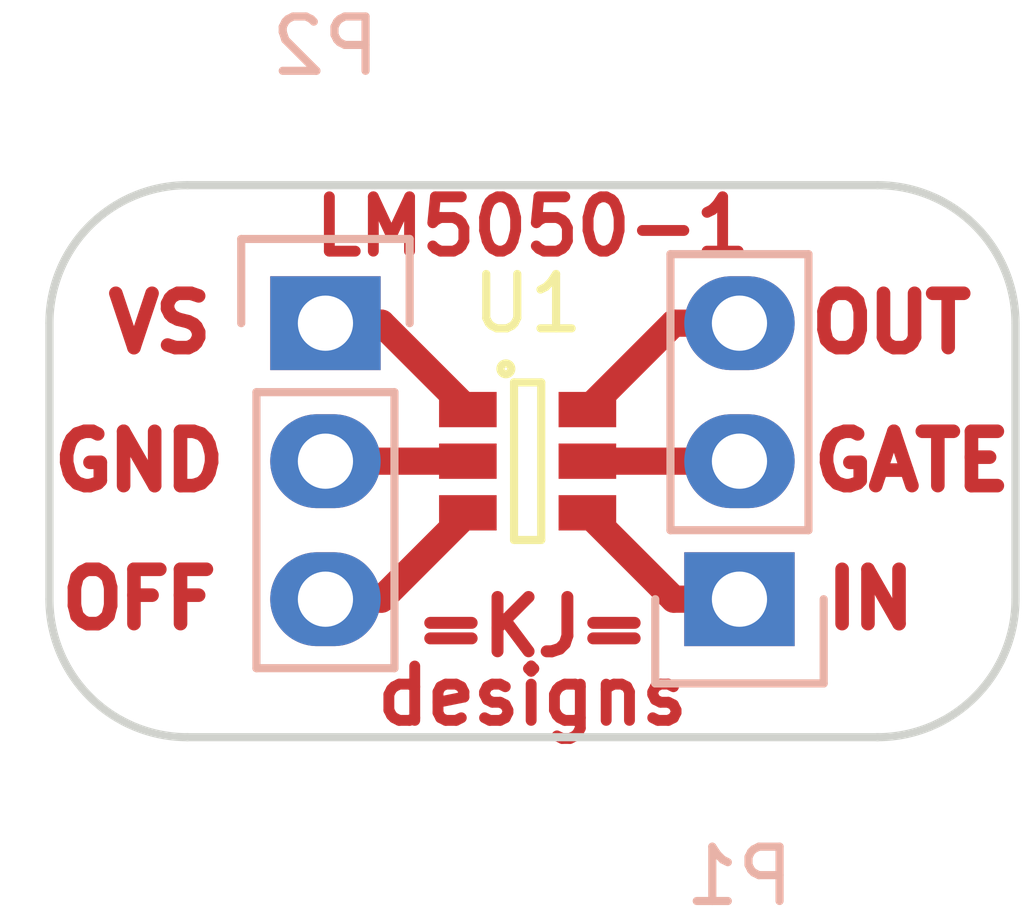
<source format=kicad_pcb>
(kicad_pcb (version 4) (host pcbnew 4.0.4+e1-6308~48~ubuntu16.04.1-stable)

  (general
    (links 6)
    (no_connects 6)
    (area 139.624999 98.984999 157.555001 109.295001)
    (thickness 1.6)
    (drawings 17)
    (tracks 10)
    (zones 0)
    (modules 3)
    (nets 7)
  )

  (page A4)
  (layers
    (0 F.Cu signal)
    (31 B.Cu signal)
    (32 B.Adhes user)
    (33 F.Adhes user)
    (34 B.Paste user)
    (35 F.Paste user)
    (36 B.SilkS user)
    (37 F.SilkS user)
    (38 B.Mask user)
    (39 F.Mask user)
    (40 Dwgs.User user)
    (41 Cmts.User user)
    (42 Eco1.User user)
    (43 Eco2.User user)
    (44 Edge.Cuts user)
    (45 Margin user)
    (46 B.CrtYd user)
    (47 F.CrtYd user)
    (48 B.Fab user hide)
    (49 F.Fab user hide)
  )

  (setup
    (last_trace_width 0.5)
    (user_trace_width 0.3)
    (user_trace_width 0.4)
    (user_trace_width 0.5)
    (trace_clearance 0.2)
    (zone_clearance 0.508)
    (zone_45_only no)
    (trace_min 0.2)
    (segment_width 0.2)
    (edge_width 0.15)
    (via_size 0.6)
    (via_drill 0.4)
    (via_min_size 0.4)
    (via_min_drill 0.3)
    (uvia_size 0.3)
    (uvia_drill 0.1)
    (uvias_allowed no)
    (uvia_min_size 0.2)
    (uvia_min_drill 0.1)
    (pcb_text_width 0.3)
    (pcb_text_size 1.5 1.5)
    (mod_edge_width 0.15)
    (mod_text_size 1 1)
    (mod_text_width 0.15)
    (pad_size 1.524 1.524)
    (pad_drill 0.762)
    (pad_to_mask_clearance 0.2)
    (aux_axis_origin 0 0)
    (visible_elements FFFFFF7F)
    (pcbplotparams
      (layerselection 0x00030_80000001)
      (usegerberextensions false)
      (excludeedgelayer true)
      (linewidth 0.100000)
      (plotframeref false)
      (viasonmask false)
      (mode 1)
      (useauxorigin false)
      (hpglpennumber 1)
      (hpglpenspeed 20)
      (hpglpendiameter 15)
      (hpglpenoverlay 2)
      (psnegative false)
      (psa4output false)
      (plotreference true)
      (plotvalue true)
      (plotinvisibletext false)
      (padsonsilk false)
      (subtractmaskfromsilk false)
      (outputformat 1)
      (mirror false)
      (drillshape 1)
      (scaleselection 1)
      (outputdirectory ""))
  )

  (net 0 "")
  (net 1 "Net-(P1-Pad1)")
  (net 2 "Net-(P1-Pad2)")
  (net 3 "Net-(P1-Pad3)")
  (net 4 "Net-(P2-Pad1)")
  (net 5 "Net-(P2-Pad2)")
  (net 6 "Net-(P2-Pad3)")

  (net_class Default "This is the default net class."
    (clearance 0.2)
    (trace_width 0.25)
    (via_dia 0.6)
    (via_drill 0.4)
    (uvia_dia 0.3)
    (uvia_drill 0.1)
    (add_net "Net-(P1-Pad1)")
    (add_net "Net-(P1-Pad2)")
    (add_net "Net-(P1-Pad3)")
    (add_net "Net-(P2-Pad1)")
    (add_net "Net-(P2-Pad2)")
    (add_net "Net-(P2-Pad3)")
  )

  (module Pin_Headers:Pin_Header_Straight_1x03 (layer B.Cu) (tedit 0) (tstamp 5821FB20)
    (at 152.4 106.68)
    (descr "Through hole pin header")
    (tags "pin header")
    (path /5822083A)
    (fp_text reference P1 (at 0 5.1) (layer B.SilkS)
      (effects (font (size 1 1) (thickness 0.15)) (justify mirror))
    )
    (fp_text value CONN_01X03 (at 0 3.1) (layer B.Fab)
      (effects (font (size 1 1) (thickness 0.15)) (justify mirror))
    )
    (fp_line (start -1.75 1.75) (end -1.75 -6.85) (layer B.CrtYd) (width 0.05))
    (fp_line (start 1.75 1.75) (end 1.75 -6.85) (layer B.CrtYd) (width 0.05))
    (fp_line (start -1.75 1.75) (end 1.75 1.75) (layer B.CrtYd) (width 0.05))
    (fp_line (start -1.75 -6.85) (end 1.75 -6.85) (layer B.CrtYd) (width 0.05))
    (fp_line (start -1.27 -1.27) (end -1.27 -6.35) (layer B.SilkS) (width 0.15))
    (fp_line (start -1.27 -6.35) (end 1.27 -6.35) (layer B.SilkS) (width 0.15))
    (fp_line (start 1.27 -6.35) (end 1.27 -1.27) (layer B.SilkS) (width 0.15))
    (fp_line (start 1.55 1.55) (end 1.55 0) (layer B.SilkS) (width 0.15))
    (fp_line (start 1.27 -1.27) (end -1.27 -1.27) (layer B.SilkS) (width 0.15))
    (fp_line (start -1.55 0) (end -1.55 1.55) (layer B.SilkS) (width 0.15))
    (fp_line (start -1.55 1.55) (end 1.55 1.55) (layer B.SilkS) (width 0.15))
    (pad 1 thru_hole rect (at 0 0) (size 2.032 1.7272) (drill 1.016) (layers *.Cu *.Mask)
      (net 1 "Net-(P1-Pad1)"))
    (pad 2 thru_hole oval (at 0 -2.54) (size 2.032 1.7272) (drill 1.016) (layers *.Cu *.Mask)
      (net 2 "Net-(P1-Pad2)"))
    (pad 3 thru_hole oval (at 0 -5.08) (size 2.032 1.7272) (drill 1.016) (layers *.Cu *.Mask)
      (net 3 "Net-(P1-Pad3)"))
    (model Pin_Headers.3dshapes/Pin_Header_Straight_1x03.wrl
      (at (xyz 0 -0.1 0))
      (scale (xyz 1 1 1))
      (rotate (xyz 0 0 90))
    )
  )

  (module Pin_Headers:Pin_Header_Straight_1x03 (layer B.Cu) (tedit 0) (tstamp 5821FB27)
    (at 144.78 101.6 180)
    (descr "Through hole pin header")
    (tags "pin header")
    (path /582207FF)
    (fp_text reference P2 (at 0 5.1 180) (layer B.SilkS)
      (effects (font (size 1 1) (thickness 0.15)) (justify mirror))
    )
    (fp_text value CONN_01X03 (at 0 3.1 180) (layer B.Fab)
      (effects (font (size 1 1) (thickness 0.15)) (justify mirror))
    )
    (fp_line (start -1.75 1.75) (end -1.75 -6.85) (layer B.CrtYd) (width 0.05))
    (fp_line (start 1.75 1.75) (end 1.75 -6.85) (layer B.CrtYd) (width 0.05))
    (fp_line (start -1.75 1.75) (end 1.75 1.75) (layer B.CrtYd) (width 0.05))
    (fp_line (start -1.75 -6.85) (end 1.75 -6.85) (layer B.CrtYd) (width 0.05))
    (fp_line (start -1.27 -1.27) (end -1.27 -6.35) (layer B.SilkS) (width 0.15))
    (fp_line (start -1.27 -6.35) (end 1.27 -6.35) (layer B.SilkS) (width 0.15))
    (fp_line (start 1.27 -6.35) (end 1.27 -1.27) (layer B.SilkS) (width 0.15))
    (fp_line (start 1.55 1.55) (end 1.55 0) (layer B.SilkS) (width 0.15))
    (fp_line (start 1.27 -1.27) (end -1.27 -1.27) (layer B.SilkS) (width 0.15))
    (fp_line (start -1.55 0) (end -1.55 1.55) (layer B.SilkS) (width 0.15))
    (fp_line (start -1.55 1.55) (end 1.55 1.55) (layer B.SilkS) (width 0.15))
    (pad 1 thru_hole rect (at 0 0 180) (size 2.032 1.7272) (drill 1.016) (layers *.Cu *.Mask)
      (net 4 "Net-(P2-Pad1)"))
    (pad 2 thru_hole oval (at 0 -2.54 180) (size 2.032 1.7272) (drill 1.016) (layers *.Cu *.Mask)
      (net 5 "Net-(P2-Pad2)"))
    (pad 3 thru_hole oval (at 0 -5.08 180) (size 2.032 1.7272) (drill 1.016) (layers *.Cu *.Mask)
      (net 6 "Net-(P2-Pad3)"))
    (model Pin_Headers.3dshapes/Pin_Header_Straight_1x03.wrl
      (at (xyz 0 -0.1 0))
      (scale (xyz 1 1 1))
      (rotate (xyz 0 0 90))
    )
  )

  (module TO_SOT_Packages_SMD:SOT-23-6 (layer F.Cu) (tedit 53DE8DE3) (tstamp 5821FB31)
    (at 148.5011 104.14)
    (descr "6-pin SOT-23 package")
    (tags SOT-23-6)
    (path /582207B1)
    (attr smd)
    (fp_text reference U1 (at 0 -2.9) (layer F.SilkS)
      (effects (font (size 1 1) (thickness 0.15)))
    )
    (fp_text value LM5050 (at 0 2.9) (layer F.Fab)
      (effects (font (size 1 1) (thickness 0.15)))
    )
    (fp_circle (center -0.4 -1.7) (end -0.3 -1.7) (layer F.SilkS) (width 0.15))
    (fp_line (start 0.25 -1.45) (end -0.25 -1.45) (layer F.SilkS) (width 0.15))
    (fp_line (start 0.25 1.45) (end 0.25 -1.45) (layer F.SilkS) (width 0.15))
    (fp_line (start -0.25 1.45) (end 0.25 1.45) (layer F.SilkS) (width 0.15))
    (fp_line (start -0.25 -1.45) (end -0.25 1.45) (layer F.SilkS) (width 0.15))
    (pad 1 smd rect (at -1.1 -0.95) (size 1.06 0.65) (layers F.Cu F.Paste F.Mask)
      (net 4 "Net-(P2-Pad1)"))
    (pad 2 smd rect (at -1.1 0) (size 1.06 0.65) (layers F.Cu F.Paste F.Mask)
      (net 5 "Net-(P2-Pad2)"))
    (pad 3 smd rect (at -1.1 0.95) (size 1.06 0.65) (layers F.Cu F.Paste F.Mask)
      (net 6 "Net-(P2-Pad3)"))
    (pad 4 smd rect (at 1.1 0.95) (size 1.06 0.65) (layers F.Cu F.Paste F.Mask)
      (net 1 "Net-(P1-Pad1)"))
    (pad 6 smd rect (at 1.1 -0.95) (size 1.06 0.65) (layers F.Cu F.Paste F.Mask)
      (net 3 "Net-(P1-Pad3)"))
    (pad 5 smd rect (at 1.1 0) (size 1.06 0.65) (layers F.Cu F.Paste F.Mask)
      (net 2 "Net-(P1-Pad2)"))
    (model TO_SOT_Packages_SMD.3dshapes/SOT-23-6.wrl
      (at (xyz 0 0 0))
      (scale (xyz 1 1 1))
      (rotate (xyz 0 0 0))
    )
  )

  (gr_text designs (at 148.59 108.458) (layer F.Cu) (tstamp 5821FD02)
    (effects (font (size 1 1) (thickness 0.2)))
  )
  (gr_text LM5050-1 (at 148.59 99.822) (layer F.Cu) (tstamp 5821FC49)
    (effects (font (size 1 1) (thickness 0.2)))
  )
  (gr_text =KJ= (at 148.59 107.188) (layer F.Cu)
    (effects (font (size 1 1) (thickness 0.22)))
  )
  (gr_text "OUT " (at 155.575 101.6) (layer F.Cu) (tstamp 5821FC14)
    (effects (font (size 1 1) (thickness 0.25)))
  )
  (gr_text GATE (at 155.575 104.14) (layer F.Cu) (tstamp 5821FC0B)
    (effects (font (size 1 1) (thickness 0.25)))
  )
  (gr_text "IN  " (at 155.575 106.68) (layer F.Cu) (tstamp 5821FC02)
    (effects (font (size 1 1) (thickness 0.25)))
  )
  (gr_text " OFF" (at 140.97 106.68) (layer F.Cu) (tstamp 5821FBC7)
    (effects (font (size 1 1) (thickness 0.25)))
  )
  (gr_text " GND" (at 140.97 104.14) (layer F.Cu) (tstamp 5821FBBF)
    (effects (font (size 1 1) (thickness 0.25)))
  )
  (gr_text "  VS" (at 140.97 101.6) (layer F.Cu)
    (effects (font (size 1 1) (thickness 0.25)))
  )
  (gr_arc (start 142.24 106.68) (end 142.24 109.22) (angle 90) (layer Edge.Cuts) (width 0.15) (tstamp 5821FB9F))
  (gr_arc (start 142.24 101.6) (end 139.7 101.6) (angle 90) (layer Edge.Cuts) (width 0.15) (tstamp 5821FB9D))
  (gr_arc (start 154.94 101.6) (end 154.94 99.06) (angle 90) (layer Edge.Cuts) (width 0.15) (tstamp 5821FB9B))
  (gr_arc (start 154.94 106.68) (end 157.48 106.68) (angle 90) (layer Edge.Cuts) (width 0.15))
  (gr_line (start 142.24 99.06) (end 154.94 99.06) (layer Edge.Cuts) (width 0.15))
  (gr_line (start 139.7 106.68) (end 139.7 101.6) (layer Edge.Cuts) (width 0.15))
  (gr_line (start 154.94 109.22) (end 142.24 109.22) (layer Edge.Cuts) (width 0.15))
  (gr_line (start 157.48 101.6) (end 157.48 106.68) (layer Edge.Cuts) (width 0.15))

  (segment (start 152.4 106.68) (end 151.1911 106.68) (width 0.5) (layer F.Cu) (net 1))
  (segment (start 151.1911 106.68) (end 149.6011 105.09) (width 0.5) (layer F.Cu) (net 1))
  (segment (start 152.4 104.14) (end 149.6011 104.14) (width 0.5) (layer F.Cu) (net 2))
  (segment (start 152.4 101.6) (end 151.1911 101.6) (width 0.5) (layer F.Cu) (net 3))
  (segment (start 151.1911 101.6) (end 149.6011 103.19) (width 0.5) (layer F.Cu) (net 3))
  (segment (start 144.78 101.6) (end 145.8111 101.6) (width 0.5) (layer F.Cu) (net 4))
  (segment (start 145.8111 101.6) (end 147.4011 103.19) (width 0.5) (layer F.Cu) (net 4))
  (segment (start 144.78 104.14) (end 147.4011 104.14) (width 0.5) (layer F.Cu) (net 5))
  (segment (start 144.78 106.68) (end 145.8111 106.68) (width 0.5) (layer F.Cu) (net 6))
  (segment (start 145.8111 106.68) (end 147.4011 105.09) (width 0.5) (layer F.Cu) (net 6))

)

</source>
